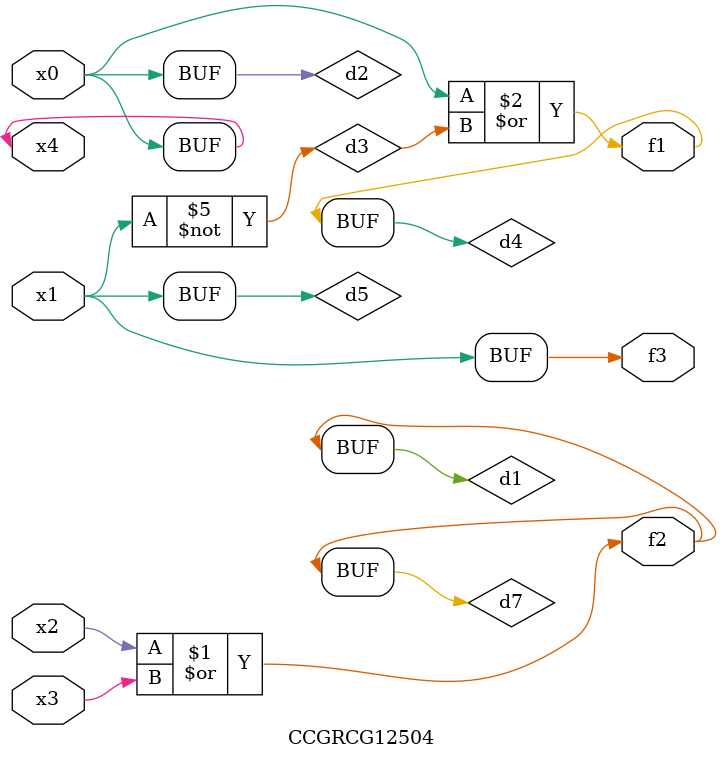
<source format=v>
module CCGRCG12504(
	input x0, x1, x2, x3, x4,
	output f1, f2, f3
);

	wire d1, d2, d3, d4, d5, d6, d7;

	or (d1, x2, x3);
	buf (d2, x0, x4);
	not (d3, x1);
	or (d4, d2, d3);
	not (d5, d3);
	nand (d6, d1, d3);
	or (d7, d1);
	assign f1 = d4;
	assign f2 = d7;
	assign f3 = d5;
endmodule

</source>
